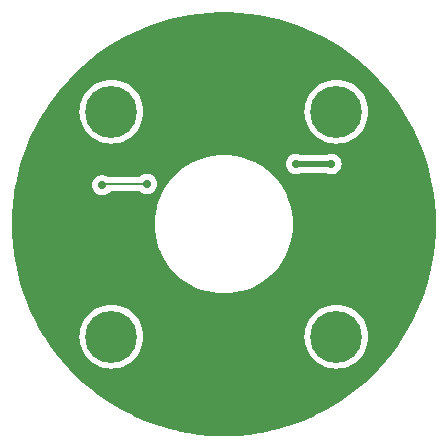
<source format=gbr>
%TF.GenerationSoftware,KiCad,Pcbnew,8.0.4*%
%TF.CreationDate,2024-10-25T17:05:04-04:00*%
%TF.ProjectId,ActiveImpactor_NoseAccelerometer,41637469-7665-4496-9d70-6163746f725f,rev?*%
%TF.SameCoordinates,Original*%
%TF.FileFunction,Copper,L2,Bot*%
%TF.FilePolarity,Positive*%
%FSLAX46Y46*%
G04 Gerber Fmt 4.6, Leading zero omitted, Abs format (unit mm)*
G04 Created by KiCad (PCBNEW 8.0.4) date 2024-10-25 17:05:04*
%MOMM*%
%LPD*%
G01*
G04 APERTURE LIST*
%TA.AperFunction,ComponentPad*%
%ADD10C,4.400000*%
%TD*%
%TA.AperFunction,ViaPad*%
%ADD11C,0.700000*%
%TD*%
%TA.AperFunction,Conductor*%
%ADD12C,0.500000*%
%TD*%
%TA.AperFunction,Conductor*%
%ADD13C,0.200000*%
%TD*%
G04 APERTURE END LIST*
D10*
%TO.P,H104,1*%
%TO.N,N/C*%
X-9525000Y9525000D03*
%TD*%
%TO.P,H103,1*%
%TO.N,N/C*%
X-9525000Y-9525000D03*
%TD*%
%TO.P,H102,1*%
%TO.N,N/C*%
X9525000Y9525000D03*
%TD*%
%TO.P,H101,1*%
%TO.N,N/C*%
X9525000Y-9525000D03*
%TD*%
D11*
%TO.N,+3.3V*%
X9100000Y5100000D03*
X6100000Y5100000D03*
%TO.N,GND*%
X-500000Y-12500000D03*
X500000Y-12500000D03*
%TO.N,/INT*%
X-10300000Y3300000D03*
X-6500000Y3400000D03*
%TO.N,GND*%
X3000000Y6800000D03*
%TD*%
D12*
%TO.N,+3.3V*%
X6100000Y5100000D02*
X9100000Y5100000D01*
D13*
%TO.N,/INT*%
X-10200000Y3400000D02*
X-10300000Y3300000D01*
X-6500000Y3400000D02*
X-10200000Y3400000D01*
%TD*%
%TA.AperFunction,Conductor*%
%TO.N,GND*%
G36*
X423827Y17950679D02*
G01*
X1258965Y17911491D01*
X1264765Y17911082D01*
X2097129Y17832794D01*
X2102902Y17832114D01*
X2930685Y17714897D01*
X2936421Y17713947D01*
X3757786Y17558061D01*
X3763471Y17556844D01*
X4576663Y17362622D01*
X4582284Y17361139D01*
X5385457Y17129021D01*
X5391003Y17127276D01*
X6182395Y16857772D01*
X6187853Y16855770D01*
X6965788Y16549450D01*
X6971146Y16547193D01*
X7733825Y16204766D01*
X7739072Y16202261D01*
X8484883Y15824451D01*
X8490006Y15821703D01*
X9217279Y15409356D01*
X9222268Y15406371D01*
X9929433Y14960377D01*
X9934276Y14957161D01*
X10619728Y14478531D01*
X10624415Y14475092D01*
X11286715Y13964833D01*
X11291236Y13961178D01*
X11928862Y13420461D01*
X11933207Y13416598D01*
X12544806Y12846569D01*
X12548965Y12842506D01*
X13133161Y12244451D01*
X13137125Y12240198D01*
X13692653Y11615410D01*
X13696413Y11610976D01*
X14222041Y10960840D01*
X14225589Y10956235D01*
X14720167Y10282178D01*
X14723496Y10277411D01*
X15185941Y9580903D01*
X15189042Y9575986D01*
X15618335Y8858561D01*
X15621202Y8853503D01*
X16016375Y8116786D01*
X16019003Y8111600D01*
X16379234Y7357119D01*
X16381615Y7351815D01*
X16706072Y6581310D01*
X16708202Y6575901D01*
X16996192Y5791022D01*
X16998066Y5785519D01*
X17248952Y4988000D01*
X17250566Y4982414D01*
X17463788Y4174040D01*
X17465139Y4168386D01*
X17640243Y3350871D01*
X17641327Y3345159D01*
X17777917Y2520348D01*
X17778732Y2514591D01*
X17876512Y1684282D01*
X17877056Y1678494D01*
X17935809Y844538D01*
X17936082Y838731D01*
X17955681Y2907D01*
X17955681Y-2907D01*
X17936082Y-838731D01*
X17935809Y-844538D01*
X17877056Y-1678494D01*
X17876512Y-1684282D01*
X17778732Y-2514591D01*
X17777917Y-2520348D01*
X17641327Y-3345159D01*
X17640243Y-3350871D01*
X17465139Y-4168386D01*
X17463788Y-4174040D01*
X17250566Y-4982414D01*
X17248952Y-4988000D01*
X16998066Y-5785519D01*
X16996192Y-5791022D01*
X16708202Y-6575901D01*
X16706072Y-6581310D01*
X16381615Y-7351815D01*
X16379234Y-7357119D01*
X16019003Y-8111600D01*
X16016375Y-8116786D01*
X15621202Y-8853503D01*
X15618335Y-8858561D01*
X15189042Y-9575986D01*
X15185941Y-9580903D01*
X14723496Y-10277411D01*
X14720167Y-10282178D01*
X14225589Y-10956235D01*
X14222041Y-10960840D01*
X13696413Y-11610976D01*
X13692653Y-11615410D01*
X13137125Y-12240198D01*
X13133161Y-12244451D01*
X12548965Y-12842506D01*
X12544806Y-12846569D01*
X11933207Y-13416598D01*
X11928862Y-13420461D01*
X11291236Y-13961178D01*
X11286715Y-13964833D01*
X10624415Y-14475092D01*
X10619728Y-14478531D01*
X9934276Y-14957161D01*
X9929433Y-14960377D01*
X9222268Y-15406371D01*
X9217279Y-15409356D01*
X8490006Y-15821703D01*
X8484883Y-15824451D01*
X7739072Y-16202261D01*
X7733825Y-16204766D01*
X6971146Y-16547193D01*
X6965788Y-16549450D01*
X6187853Y-16855770D01*
X6182395Y-16857772D01*
X5391003Y-17127276D01*
X5385457Y-17129021D01*
X4582284Y-17361139D01*
X4576663Y-17362622D01*
X3763471Y-17556844D01*
X3757786Y-17558061D01*
X2936421Y-17713947D01*
X2930685Y-17714897D01*
X2102902Y-17832114D01*
X2097129Y-17832794D01*
X1264765Y-17911082D01*
X1258965Y-17911491D01*
X423827Y-17950679D01*
X418015Y-17950815D01*
X-418015Y-17950815D01*
X-423827Y-17950679D01*
X-1258965Y-17911491D01*
X-1264765Y-17911082D01*
X-2097129Y-17832794D01*
X-2102902Y-17832114D01*
X-2930685Y-17714897D01*
X-2936421Y-17713947D01*
X-3757786Y-17558061D01*
X-3763471Y-17556844D01*
X-4576663Y-17362622D01*
X-4582284Y-17361139D01*
X-5385457Y-17129021D01*
X-5391003Y-17127276D01*
X-6182395Y-16857772D01*
X-6187853Y-16855770D01*
X-6965788Y-16549450D01*
X-6971146Y-16547193D01*
X-7733825Y-16204766D01*
X-7739072Y-16202261D01*
X-8484883Y-15824451D01*
X-8490006Y-15821703D01*
X-9217279Y-15409356D01*
X-9222268Y-15406371D01*
X-9929433Y-14960377D01*
X-9934276Y-14957161D01*
X-10619728Y-14478531D01*
X-10624415Y-14475092D01*
X-11286715Y-13964833D01*
X-11291236Y-13961178D01*
X-11928862Y-13420461D01*
X-11933207Y-13416598D01*
X-12544806Y-12846569D01*
X-12548965Y-12842506D01*
X-13133161Y-12244451D01*
X-13137125Y-12240198D01*
X-13692653Y-11615410D01*
X-13696413Y-11610976D01*
X-14222041Y-10960840D01*
X-14225589Y-10956235D01*
X-14720167Y-10282178D01*
X-14723496Y-10277411D01*
X-15185941Y-9580903D01*
X-15189042Y-9575986D01*
X-15219551Y-9525000D01*
X-12230436Y-9525000D01*
X-12210710Y-9851104D01*
X-12151821Y-10172453D01*
X-12054627Y-10484361D01*
X-11920545Y-10782279D01*
X-11751530Y-11061863D01*
X-11550048Y-11319036D01*
X-11319036Y-11550048D01*
X-11061863Y-11751530D01*
X-10782279Y-11920545D01*
X-10484361Y-12054627D01*
X-10172453Y-12151821D01*
X-9851104Y-12210710D01*
X-9525000Y-12230436D01*
X-9198896Y-12210710D01*
X-8877547Y-12151821D01*
X-8565657Y-12054633D01*
X-8565652Y-12054631D01*
X-8565639Y-12054627D01*
X-8267721Y-11920545D01*
X-7988137Y-11751530D01*
X-7988134Y-11751528D01*
X-7988131Y-11751526D01*
X-7730960Y-11550045D01*
X-7499954Y-11319039D01*
X-7298473Y-11061868D01*
X-7293901Y-11054306D01*
X-7129455Y-10782279D01*
X-6995373Y-10484361D01*
X-6995370Y-10484354D01*
X-6995366Y-10484342D01*
X-6898178Y-10172452D01*
X-6839289Y-9851099D01*
X-6819564Y-9525000D01*
X6819564Y-9525000D01*
X6839289Y-9851099D01*
X6898178Y-10172452D01*
X6995366Y-10484342D01*
X6995370Y-10484354D01*
X6995373Y-10484361D01*
X7129455Y-10782279D01*
X7293901Y-11054306D01*
X7298473Y-11061868D01*
X7499954Y-11319039D01*
X7730960Y-11550045D01*
X7988131Y-11751526D01*
X7988134Y-11751528D01*
X7988137Y-11751530D01*
X8267721Y-11920545D01*
X8565639Y-12054627D01*
X8565652Y-12054631D01*
X8565657Y-12054633D01*
X8877547Y-12151821D01*
X9198896Y-12210710D01*
X9525000Y-12230436D01*
X9851104Y-12210710D01*
X10172453Y-12151821D01*
X10484361Y-12054627D01*
X10782279Y-11920545D01*
X11061863Y-11751530D01*
X11319036Y-11550048D01*
X11550048Y-11319036D01*
X11751530Y-11061863D01*
X11920545Y-10782279D01*
X12054627Y-10484361D01*
X12151821Y-10172453D01*
X12210710Y-9851104D01*
X12230436Y-9525000D01*
X12210710Y-9198896D01*
X12151821Y-8877547D01*
X12054627Y-8565639D01*
X11920545Y-8267721D01*
X11751530Y-7988137D01*
X11751528Y-7988134D01*
X11751526Y-7988131D01*
X11550045Y-7730960D01*
X11319039Y-7499954D01*
X11061868Y-7298473D01*
X11054306Y-7293901D01*
X10782279Y-7129455D01*
X10484361Y-6995373D01*
X10484354Y-6995370D01*
X10484342Y-6995366D01*
X10172452Y-6898178D01*
X9851099Y-6839289D01*
X9525000Y-6819564D01*
X9198900Y-6839289D01*
X8877547Y-6898178D01*
X8565657Y-6995366D01*
X8565641Y-6995372D01*
X8565639Y-6995373D01*
X8375933Y-7080752D01*
X8267725Y-7129453D01*
X8267723Y-7129454D01*
X7988131Y-7298473D01*
X7730960Y-7499954D01*
X7499954Y-7730960D01*
X7298473Y-7988131D01*
X7129454Y-8267723D01*
X7129453Y-8267725D01*
X6995372Y-8565642D01*
X6995366Y-8565657D01*
X6898178Y-8877547D01*
X6839289Y-9198900D01*
X6819564Y-9525000D01*
X-6819564Y-9525000D01*
X-6839289Y-9198900D01*
X-6898178Y-8877547D01*
X-6995366Y-8565657D01*
X-6995372Y-8565642D01*
X-7129453Y-8267725D01*
X-7129454Y-8267723D01*
X-7298473Y-7988131D01*
X-7499954Y-7730960D01*
X-7730960Y-7499954D01*
X-7988131Y-7298473D01*
X-8267723Y-7129454D01*
X-8267725Y-7129453D01*
X-8375933Y-7080752D01*
X-8565639Y-6995373D01*
X-8565642Y-6995372D01*
X-8565657Y-6995366D01*
X-8877547Y-6898178D01*
X-9198900Y-6839289D01*
X-9525000Y-6819564D01*
X-9851099Y-6839289D01*
X-10172452Y-6898178D01*
X-10484342Y-6995366D01*
X-10484354Y-6995370D01*
X-10484361Y-6995373D01*
X-10782279Y-7129455D01*
X-11054306Y-7293901D01*
X-11061868Y-7298473D01*
X-11319039Y-7499954D01*
X-11550045Y-7730960D01*
X-11751526Y-7988131D01*
X-11751528Y-7988134D01*
X-11751530Y-7988137D01*
X-11920545Y-8267721D01*
X-12054627Y-8565639D01*
X-12151821Y-8877547D01*
X-12210710Y-9198896D01*
X-12230436Y-9525000D01*
X-15219551Y-9525000D01*
X-15618335Y-8858561D01*
X-15621202Y-8853503D01*
X-16016375Y-8116786D01*
X-16019003Y-8111600D01*
X-16379234Y-7357119D01*
X-16381615Y-7351815D01*
X-16706072Y-6581310D01*
X-16708202Y-6575901D01*
X-16996192Y-5791022D01*
X-16998066Y-5785519D01*
X-17248952Y-4988000D01*
X-17250566Y-4982414D01*
X-17463788Y-4174040D01*
X-17465139Y-4168386D01*
X-17640243Y-3350871D01*
X-17641327Y-3345159D01*
X-17777917Y-2520348D01*
X-17778732Y-2514591D01*
X-17876512Y-1684282D01*
X-17877056Y-1678494D01*
X-17935809Y-844538D01*
X-17936082Y-838731D01*
X-17955681Y-2907D01*
X-17955681Y0D01*
X-5861757Y0D01*
X-5841736Y-484060D01*
X-5781810Y-964813D01*
X-5682389Y-1438976D01*
X-5544151Y-1903309D01*
X-5368041Y-2354641D01*
X-5368037Y-2354648D01*
X-5368035Y-2354654D01*
X-5234465Y-2627875D01*
X-5155261Y-2789888D01*
X-4907266Y-3206077D01*
X-4625750Y-3600366D01*
X-4625747Y-3600369D01*
X-4312636Y-3970059D01*
X-4312631Y-3970065D01*
X-3970065Y-4312631D01*
X-3970060Y-4312635D01*
X-3600366Y-4625750D01*
X-3206077Y-4907266D01*
X-2789888Y-5155261D01*
X-2789878Y-5155265D01*
X-2789878Y-5155266D01*
X-2354654Y-5368035D01*
X-2354648Y-5368037D01*
X-2354641Y-5368041D01*
X-1903309Y-5544151D01*
X-1438976Y-5682389D01*
X-964813Y-5781810D01*
X-484060Y-5841736D01*
X-35623Y-5860283D01*
X-2Y-5861757D01*
X0Y-5861757D01*
X2Y-5861757D01*
X35623Y-5860283D01*
X484060Y-5841736D01*
X964813Y-5781810D01*
X1438976Y-5682389D01*
X1903309Y-5544151D01*
X2354641Y-5368041D01*
X2354648Y-5368037D01*
X2354654Y-5368035D01*
X2789878Y-5155266D01*
X2789878Y-5155265D01*
X2789888Y-5155261D01*
X3206077Y-4907266D01*
X3600366Y-4625750D01*
X3970060Y-4312635D01*
X3970065Y-4312631D01*
X4312631Y-3970065D01*
X4312636Y-3970059D01*
X4625747Y-3600369D01*
X4625750Y-3600366D01*
X4907266Y-3206077D01*
X5155261Y-2789888D01*
X5234465Y-2627875D01*
X5368035Y-2354654D01*
X5368037Y-2354648D01*
X5368041Y-2354641D01*
X5544151Y-1903309D01*
X5682389Y-1438976D01*
X5781810Y-964813D01*
X5841736Y-484060D01*
X5861757Y0D01*
X5841736Y484060D01*
X5781810Y964813D01*
X5682389Y1438976D01*
X5544151Y1903309D01*
X5368041Y2354641D01*
X5303495Y2486671D01*
X5155266Y2789878D01*
X5155265Y2789879D01*
X5155261Y2789888D01*
X4907266Y3206077D01*
X4625750Y3600366D01*
X4312635Y3970060D01*
X4312631Y3970065D01*
X3970065Y4312631D01*
X3970059Y4312636D01*
X3687899Y4551613D01*
X3600366Y4625750D01*
X3206077Y4907266D01*
X2882628Y5100000D01*
X5244815Y5100000D01*
X5263503Y4922194D01*
X5263504Y4922192D01*
X5318747Y4752170D01*
X5318750Y4752164D01*
X5408140Y4597336D01*
X5527764Y4464478D01*
X5527767Y4464476D01*
X5672405Y4359389D01*
X5835735Y4286670D01*
X5835734Y4286670D01*
X5973439Y4257400D01*
X6010609Y4249500D01*
X6010610Y4249500D01*
X6189390Y4249500D01*
X6189391Y4249500D01*
X6254047Y4263243D01*
X6364264Y4286670D01*
X6364265Y4286670D01*
X6364267Y4286671D01*
X6481306Y4338780D01*
X6531741Y4349500D01*
X8668259Y4349500D01*
X8718694Y4338780D01*
X8835735Y4286670D01*
X8835734Y4286670D01*
X8973439Y4257400D01*
X9010609Y4249500D01*
X9010610Y4249500D01*
X9189390Y4249500D01*
X9189391Y4249500D01*
X9254047Y4263243D01*
X9364264Y4286670D01*
X9364265Y4286670D01*
X9364267Y4286671D01*
X9527593Y4359388D01*
X9672230Y4464474D01*
X9672232Y4464476D01*
X9672235Y4464478D01*
X9745003Y4545296D01*
X9791859Y4597335D01*
X9881250Y4752165D01*
X9936497Y4922197D01*
X9955185Y5100000D01*
X9936497Y5277803D01*
X9881250Y5447835D01*
X9791859Y5602665D01*
X9672230Y5735526D01*
X9527593Y5840612D01*
X9364267Y5913329D01*
X9189391Y5950500D01*
X9010609Y5950500D01*
X8835733Y5913329D01*
X8718694Y5861220D01*
X8668259Y5850500D01*
X6531741Y5850500D01*
X6481306Y5861220D01*
X6480100Y5861757D01*
X6364267Y5913329D01*
X6189391Y5950500D01*
X6010609Y5950500D01*
X5835733Y5913329D01*
X5835728Y5913327D01*
X5802988Y5898750D01*
X5672408Y5840612D01*
X5527770Y5735526D01*
X5408141Y5602665D01*
X5408140Y5602663D01*
X5318750Y5447835D01*
X5318747Y5447829D01*
X5263504Y5277807D01*
X5263503Y5277805D01*
X5244815Y5100000D01*
X2882628Y5100000D01*
X2789888Y5155261D01*
X2789878Y5155266D01*
X2354654Y5368035D01*
X2354648Y5368037D01*
X2354641Y5368041D01*
X1903309Y5544151D01*
X1438976Y5682389D01*
X964813Y5781810D01*
X484060Y5841736D01*
X35623Y5860283D01*
X2Y5861757D01*
X-2Y5861757D01*
X-35623Y5860283D01*
X-484060Y5841736D01*
X-964813Y5781810D01*
X-1438976Y5682389D01*
X-1903309Y5544151D01*
X-2354641Y5368041D01*
X-2354648Y5368037D01*
X-2354654Y5368035D01*
X-2789878Y5155266D01*
X-2789888Y5155261D01*
X-3206077Y4907266D01*
X-3600366Y4625750D01*
X-3687899Y4551613D01*
X-3970059Y4312636D01*
X-3970065Y4312631D01*
X-4312631Y3970065D01*
X-4312635Y3970060D01*
X-4625750Y3600366D01*
X-4907266Y3206077D01*
X-5155261Y2789888D01*
X-5155265Y2789879D01*
X-5155266Y2789878D01*
X-5303495Y2486671D01*
X-5368041Y2354641D01*
X-5544151Y1903309D01*
X-5682389Y1438976D01*
X-5781810Y964813D01*
X-5841736Y484060D01*
X-5861757Y0D01*
X-17955681Y0D01*
X-17955681Y2907D01*
X-17936082Y838731D01*
X-17935809Y844538D01*
X-17877056Y1678494D01*
X-17876512Y1684282D01*
X-17778732Y2514591D01*
X-17777917Y2520348D01*
X-17648805Y3300000D01*
X-11155185Y3300000D01*
X-11136497Y3122197D01*
X-11081250Y2952165D01*
X-10991859Y2797335D01*
X-10962269Y2764472D01*
X-10872235Y2664478D01*
X-10872232Y2664476D01*
X-10872230Y2664474D01*
X-10727593Y2559388D01*
X-10564267Y2486671D01*
X-10564265Y2486670D01*
X-10436594Y2459533D01*
X-10389391Y2449500D01*
X-10389390Y2449500D01*
X-10210610Y2449500D01*
X-10210609Y2449500D01*
X-10163405Y2459533D01*
X-10035735Y2486670D01*
X-9872405Y2559389D01*
X-9727767Y2664476D01*
X-9727764Y2664478D01*
X-9643133Y2758472D01*
X-9583646Y2795121D01*
X-9550983Y2799500D01*
X-7158729Y2799500D01*
X-7091690Y2779815D01*
X-7075755Y2767649D01*
X-7072234Y2764478D01*
X-7072230Y2764474D01*
X-6927593Y2659388D01*
X-6764267Y2586671D01*
X-6764265Y2586670D01*
X-6636594Y2559533D01*
X-6589391Y2549500D01*
X-6589390Y2549500D01*
X-6410610Y2549500D01*
X-6410609Y2549500D01*
X-6363405Y2559533D01*
X-6235735Y2586670D01*
X-6072405Y2659389D01*
X-5927767Y2764476D01*
X-5927764Y2764478D01*
X-5808140Y2897336D01*
X-5718750Y3052164D01*
X-5718747Y3052170D01*
X-5663504Y3222192D01*
X-5663503Y3222194D01*
X-5644815Y3400000D01*
X-5663503Y3577805D01*
X-5663504Y3577807D01*
X-5718747Y3747829D01*
X-5718750Y3747835D01*
X-5808140Y3902663D01*
X-5808141Y3902665D01*
X-5868828Y3970065D01*
X-5927764Y4035521D01*
X-5927767Y4035523D01*
X-5927770Y4035526D01*
X-6072407Y4140612D01*
X-6235733Y4213329D01*
X-6410609Y4250500D01*
X-6589391Y4250500D01*
X-6764267Y4213329D01*
X-6927592Y4140612D01*
X-7072230Y4035526D01*
X-7072238Y4035517D01*
X-7075755Y4032351D01*
X-7138747Y4002121D01*
X-7158729Y4000500D01*
X-9776907Y4000500D01*
X-9843946Y4020185D01*
X-9849792Y4024182D01*
X-9872402Y4040609D01*
X-9872404Y4040610D01*
X-9872407Y4040612D01*
X-10035733Y4113329D01*
X-10210609Y4150500D01*
X-10389391Y4150500D01*
X-10564267Y4113329D01*
X-10727592Y4040612D01*
X-10872230Y3935526D01*
X-10991859Y3802665D01*
X-11081250Y3647835D01*
X-11136497Y3477803D01*
X-11155185Y3300000D01*
X-17648805Y3300000D01*
X-17641327Y3345159D01*
X-17640243Y3350871D01*
X-17465139Y4168386D01*
X-17463788Y4174040D01*
X-17250566Y4982414D01*
X-17248952Y4988000D01*
X-16998066Y5785519D01*
X-16996192Y5791022D01*
X-16708202Y6575901D01*
X-16706072Y6581310D01*
X-16381615Y7351815D01*
X-16379234Y7357119D01*
X-16019003Y8111600D01*
X-16016375Y8116786D01*
X-15621202Y8853503D01*
X-15618335Y8858561D01*
X-15219551Y9525000D01*
X-12230436Y9525000D01*
X-12210710Y9198896D01*
X-12151821Y8877547D01*
X-12054627Y8565639D01*
X-11920545Y8267721D01*
X-11751530Y7988137D01*
X-11751526Y7988131D01*
X-11550045Y7730960D01*
X-11319039Y7499954D01*
X-11061868Y7298473D01*
X-11061863Y7298470D01*
X-10782279Y7129455D01*
X-10484361Y6995373D01*
X-10484354Y6995370D01*
X-10484342Y6995366D01*
X-10172452Y6898178D01*
X-9851099Y6839289D01*
X-9525000Y6819564D01*
X-9198900Y6839289D01*
X-8877547Y6898178D01*
X-8565657Y6995366D01*
X-8565642Y6995372D01*
X-8565641Y6995372D01*
X-8565639Y6995373D01*
X-8267721Y7129455D01*
X-8197825Y7171708D01*
X-7988131Y7298473D01*
X-7730960Y7499954D01*
X-7499954Y7730960D01*
X-7298473Y7988131D01*
X-7129454Y8267723D01*
X-7129453Y8267725D01*
X-6995372Y8565642D01*
X-6995366Y8565657D01*
X-6898178Y8877547D01*
X-6839289Y9198900D01*
X-6819564Y9525000D01*
X6819564Y9525000D01*
X6839289Y9198900D01*
X6898178Y8877547D01*
X6995366Y8565657D01*
X6995372Y8565642D01*
X7129453Y8267725D01*
X7129454Y8267723D01*
X7298473Y7988131D01*
X7499954Y7730960D01*
X7730960Y7499954D01*
X7988131Y7298473D01*
X8197825Y7171708D01*
X8267721Y7129455D01*
X8565639Y6995373D01*
X8565641Y6995372D01*
X8565642Y6995372D01*
X8565657Y6995366D01*
X8877547Y6898178D01*
X9198900Y6839289D01*
X9525000Y6819564D01*
X9851099Y6839289D01*
X10172452Y6898178D01*
X10484342Y6995366D01*
X10484354Y6995370D01*
X10484361Y6995373D01*
X10782279Y7129455D01*
X11061863Y7298470D01*
X11061868Y7298473D01*
X11319039Y7499954D01*
X11550045Y7730960D01*
X11751526Y7988131D01*
X11751530Y7988137D01*
X11920545Y8267721D01*
X12054627Y8565639D01*
X12151821Y8877547D01*
X12210710Y9198896D01*
X12230436Y9525000D01*
X12210710Y9851104D01*
X12151821Y10172453D01*
X12054627Y10484361D01*
X11920545Y10782279D01*
X11751530Y11061863D01*
X11550048Y11319036D01*
X11319036Y11550048D01*
X11061863Y11751530D01*
X10782279Y11920545D01*
X10484361Y12054627D01*
X10172453Y12151821D01*
X9851104Y12210710D01*
X9525000Y12230436D01*
X9198896Y12210710D01*
X8877547Y12151821D01*
X8565657Y12054633D01*
X8565652Y12054631D01*
X8565639Y12054627D01*
X8267721Y11920545D01*
X7988137Y11751530D01*
X7988134Y11751528D01*
X7988131Y11751526D01*
X7730960Y11550045D01*
X7499954Y11319039D01*
X7298473Y11061868D01*
X7298470Y11061863D01*
X7129455Y10782279D01*
X6995373Y10484361D01*
X6995372Y10484357D01*
X6995366Y10484342D01*
X6898178Y10172452D01*
X6839289Y9851099D01*
X6819564Y9525000D01*
X-6819564Y9525000D01*
X-6839289Y9851099D01*
X-6898178Y10172452D01*
X-6995366Y10484342D01*
X-6995372Y10484357D01*
X-6995373Y10484361D01*
X-7129455Y10782279D01*
X-7298470Y11061863D01*
X-7298473Y11061868D01*
X-7499954Y11319039D01*
X-7730960Y11550045D01*
X-7988131Y11751526D01*
X-7988134Y11751528D01*
X-7988137Y11751530D01*
X-8267721Y11920545D01*
X-8565639Y12054627D01*
X-8565652Y12054631D01*
X-8565657Y12054633D01*
X-8877547Y12151821D01*
X-9198896Y12210710D01*
X-9525000Y12230436D01*
X-9851104Y12210710D01*
X-10172453Y12151821D01*
X-10484361Y12054627D01*
X-10782279Y11920545D01*
X-11061863Y11751530D01*
X-11319036Y11550048D01*
X-11550048Y11319036D01*
X-11751530Y11061863D01*
X-11920545Y10782279D01*
X-12054627Y10484361D01*
X-12151821Y10172453D01*
X-12210710Y9851104D01*
X-12230436Y9525000D01*
X-15219551Y9525000D01*
X-15189042Y9575986D01*
X-15185941Y9580903D01*
X-14723496Y10277411D01*
X-14720167Y10282178D01*
X-14225589Y10956235D01*
X-14222041Y10960840D01*
X-13696413Y11610976D01*
X-13692653Y11615410D01*
X-13137125Y12240198D01*
X-13133161Y12244451D01*
X-12548965Y12842506D01*
X-12544806Y12846569D01*
X-11933207Y13416598D01*
X-11928862Y13420461D01*
X-11291236Y13961178D01*
X-11286715Y13964833D01*
X-10624415Y14475092D01*
X-10619728Y14478531D01*
X-9934276Y14957161D01*
X-9929433Y14960377D01*
X-9222268Y15406371D01*
X-9217279Y15409356D01*
X-8490006Y15821703D01*
X-8484883Y15824451D01*
X-7739072Y16202261D01*
X-7733825Y16204766D01*
X-6971146Y16547193D01*
X-6965788Y16549450D01*
X-6187853Y16855770D01*
X-6182395Y16857772D01*
X-5391003Y17127276D01*
X-5385457Y17129021D01*
X-4582284Y17361139D01*
X-4576663Y17362622D01*
X-3763471Y17556844D01*
X-3757786Y17558061D01*
X-2936421Y17713947D01*
X-2930685Y17714897D01*
X-2102902Y17832114D01*
X-2097129Y17832794D01*
X-1264765Y17911082D01*
X-1258965Y17911491D01*
X-423827Y17950679D01*
X-418015Y17950815D01*
X418015Y17950815D01*
X423827Y17950679D01*
G37*
%TD.AperFunction*%
%TD*%
M02*

</source>
